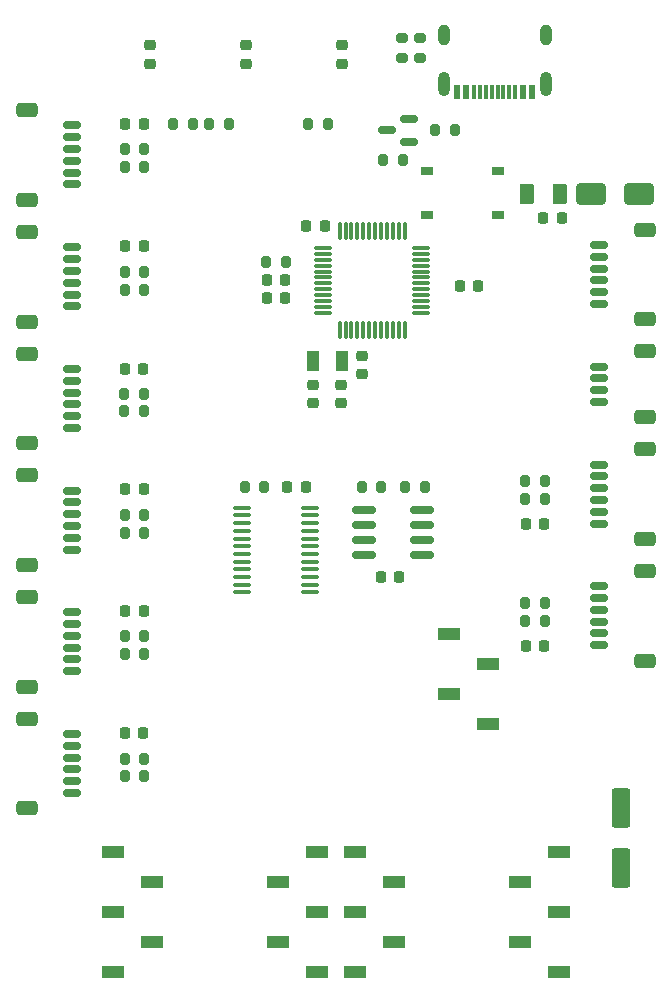
<source format=gtp>
%TF.GenerationSoftware,KiCad,Pcbnew,8.0.6-8.0.6-0~ubuntu22.04.1*%
%TF.CreationDate,2024-11-21T09:47:24+02:00*%
%TF.ProjectId,SAMD21_Dev_Board,53414d44-3231-45f4-9465-765f426f6172,rev?*%
%TF.SameCoordinates,Original*%
%TF.FileFunction,Paste,Top*%
%TF.FilePolarity,Positive*%
%FSLAX46Y46*%
G04 Gerber Fmt 4.6, Leading zero omitted, Abs format (unit mm)*
G04 Created by KiCad (PCBNEW 8.0.6-8.0.6-0~ubuntu22.04.1) date 2024-11-21 09:47:24*
%MOMM*%
%LPD*%
G01*
G04 APERTURE LIST*
G04 Aperture macros list*
%AMRoundRect*
0 Rectangle with rounded corners*
0 $1 Rounding radius*
0 $2 $3 $4 $5 $6 $7 $8 $9 X,Y pos of 4 corners*
0 Add a 4 corners polygon primitive as box body*
4,1,4,$2,$3,$4,$5,$6,$7,$8,$9,$2,$3,0*
0 Add four circle primitives for the rounded corners*
1,1,$1+$1,$2,$3*
1,1,$1+$1,$4,$5*
1,1,$1+$1,$6,$7*
1,1,$1+$1,$8,$9*
0 Add four rect primitives between the rounded corners*
20,1,$1+$1,$2,$3,$4,$5,0*
20,1,$1+$1,$4,$5,$6,$7,0*
20,1,$1+$1,$6,$7,$8,$9,0*
20,1,$1+$1,$8,$9,$2,$3,0*%
G04 Aperture macros list end*
%ADD10RoundRect,0.225000X-0.225000X-0.250000X0.225000X-0.250000X0.225000X0.250000X-0.225000X0.250000X0*%
%ADD11RoundRect,0.150000X0.825000X0.150000X-0.825000X0.150000X-0.825000X-0.150000X0.825000X-0.150000X0*%
%ADD12RoundRect,0.200000X0.200000X0.275000X-0.200000X0.275000X-0.200000X-0.275000X0.200000X-0.275000X0*%
%ADD13RoundRect,0.150000X-0.625000X0.150000X-0.625000X-0.150000X0.625000X-0.150000X0.625000X0.150000X0*%
%ADD14RoundRect,0.250000X-0.650000X0.350000X-0.650000X-0.350000X0.650000X-0.350000X0.650000X0.350000X0*%
%ADD15RoundRect,0.200000X-0.200000X-0.275000X0.200000X-0.275000X0.200000X0.275000X-0.200000X0.275000X0*%
%ADD16RoundRect,0.150000X0.625000X-0.150000X0.625000X0.150000X-0.625000X0.150000X-0.625000X-0.150000X0*%
%ADD17RoundRect,0.250000X0.650000X-0.350000X0.650000X0.350000X-0.650000X0.350000X-0.650000X-0.350000X0*%
%ADD18RoundRect,0.250000X1.000000X0.650000X-1.000000X0.650000X-1.000000X-0.650000X1.000000X-0.650000X0*%
%ADD19RoundRect,0.225000X0.250000X-0.225000X0.250000X0.225000X-0.250000X0.225000X-0.250000X-0.225000X0*%
%ADD20RoundRect,0.075000X0.075000X-0.662500X0.075000X0.662500X-0.075000X0.662500X-0.075000X-0.662500X0*%
%ADD21RoundRect,0.075000X0.662500X-0.075000X0.662500X0.075000X-0.662500X0.075000X-0.662500X-0.075000X0*%
%ADD22R,1.900000X1.000000*%
%ADD23RoundRect,0.225000X0.225000X0.250000X-0.225000X0.250000X-0.225000X-0.250000X0.225000X-0.250000X0*%
%ADD24RoundRect,0.218750X0.256250X-0.218750X0.256250X0.218750X-0.256250X0.218750X-0.256250X-0.218750X0*%
%ADD25R,0.600000X1.240000*%
%ADD26R,0.300000X1.240000*%
%ADD27O,1.000000X2.100000*%
%ADD28O,1.000000X1.800000*%
%ADD29RoundRect,0.100000X-0.637500X-0.100000X0.637500X-0.100000X0.637500X0.100000X-0.637500X0.100000X0*%
%ADD30RoundRect,0.250000X0.550000X-1.412500X0.550000X1.412500X-0.550000X1.412500X-0.550000X-1.412500X0*%
%ADD31RoundRect,0.150000X0.587500X0.150000X-0.587500X0.150000X-0.587500X-0.150000X0.587500X-0.150000X0*%
%ADD32RoundRect,0.200000X0.275000X-0.200000X0.275000X0.200000X-0.275000X0.200000X-0.275000X-0.200000X0*%
%ADD33R,1.000000X1.800000*%
%ADD34RoundRect,0.250000X-0.375000X-0.625000X0.375000X-0.625000X0.375000X0.625000X-0.375000X0.625000X0*%
%ADD35R,1.000000X0.750000*%
G04 APERTURE END LIST*
D10*
%TO.C,C14*%
X104127000Y-73406000D03*
X105677000Y-73406000D03*
%TD*%
D11*
%TO.C,U2*%
X117283000Y-96647000D03*
X117283000Y-95377000D03*
X117283000Y-94107000D03*
X117283000Y-92837000D03*
X112333000Y-92837000D03*
X112333000Y-94107000D03*
X112333000Y-95377000D03*
X112333000Y-96647000D03*
%TD*%
D12*
%TO.C,R17*%
X93725000Y-93284000D03*
X92075000Y-93284000D03*
%TD*%
D13*
%TO.C,J12*%
X87651000Y-101500000D03*
X87651000Y-102500000D03*
X87651000Y-103500000D03*
X87651000Y-104500000D03*
X87651000Y-105500000D03*
X87651000Y-106500000D03*
D14*
X83776000Y-100200000D03*
X83776000Y-107800000D03*
%TD*%
D10*
%TO.C,C1*%
X105845000Y-90932000D03*
X107395000Y-90932000D03*
%TD*%
D15*
%TO.C,R11*%
X126000000Y-102250000D03*
X127650000Y-102250000D03*
%TD*%
D16*
%TO.C,J10*%
X132250000Y-104300000D03*
X132250000Y-103300000D03*
X132250000Y-102300000D03*
X132250000Y-101300000D03*
X132250000Y-100300000D03*
X132250000Y-99300000D03*
D17*
X136125000Y-105600000D03*
X136125000Y-98000000D03*
%TD*%
D12*
%TO.C,R7*%
X93725000Y-62300000D03*
X92075000Y-62300000D03*
%TD*%
D15*
%TO.C,R5*%
X126000000Y-91900000D03*
X127650000Y-91900000D03*
%TD*%
D18*
%TO.C,D5*%
X135600000Y-66100000D03*
X131600000Y-66100000D03*
%TD*%
D19*
%TO.C,C12*%
X108030000Y-83781000D03*
X108030000Y-82231000D03*
%TD*%
D16*
%TO.C,J8*%
X132250000Y-75400000D03*
X132250000Y-74400000D03*
X132250000Y-73400000D03*
X132250000Y-72400000D03*
X132250000Y-71400000D03*
X132250000Y-70400000D03*
D17*
X136125000Y-76700000D03*
X136125000Y-69100000D03*
%TD*%
D12*
%TO.C,R6*%
X93725000Y-63800000D03*
X92075000Y-63800000D03*
%TD*%
%TO.C,R14*%
X93725000Y-115400000D03*
X92075000Y-115400000D03*
%TD*%
D16*
%TO.C,J9*%
X132250000Y-94000000D03*
X132250000Y-93000000D03*
X132250000Y-92000000D03*
X132250000Y-91000000D03*
X132250000Y-90000000D03*
X132250000Y-89000000D03*
D17*
X136125000Y-95300000D03*
X136125000Y-87700000D03*
%TD*%
D20*
%TO.C,U3*%
X110280000Y-77568500D03*
X110780000Y-77568500D03*
X111280000Y-77568500D03*
X111780000Y-77568500D03*
X112280000Y-77568500D03*
X112780000Y-77568500D03*
X113280000Y-77568500D03*
X113780000Y-77568500D03*
X114280000Y-77568500D03*
X114780000Y-77568500D03*
X115280000Y-77568500D03*
X115780000Y-77568500D03*
D21*
X117192500Y-76156000D03*
X117192500Y-75656000D03*
X117192500Y-75156000D03*
X117192500Y-74656000D03*
X117192500Y-74156000D03*
X117192500Y-73656000D03*
X117192500Y-73156000D03*
X117192500Y-72656000D03*
X117192500Y-72156000D03*
X117192500Y-71656000D03*
X117192500Y-71156000D03*
X117192500Y-70656000D03*
D20*
X115780000Y-69243500D03*
X115280000Y-69243500D03*
X114780000Y-69243500D03*
X114280000Y-69243500D03*
X113780000Y-69243500D03*
X113280000Y-69243500D03*
X112780000Y-69243500D03*
X112280000Y-69243500D03*
X111780000Y-69243500D03*
X111280000Y-69243500D03*
X110780000Y-69243500D03*
X110280000Y-69243500D03*
D21*
X108867500Y-70656000D03*
X108867500Y-71156000D03*
X108867500Y-71656000D03*
X108867500Y-72156000D03*
X108867500Y-72656000D03*
X108867500Y-73156000D03*
X108867500Y-73656000D03*
X108867500Y-74156000D03*
X108867500Y-74656000D03*
X108867500Y-75156000D03*
X108867500Y-75656000D03*
X108867500Y-76156000D03*
%TD*%
D12*
%TO.C,R24*%
X100901000Y-60198000D03*
X99251000Y-60198000D03*
%TD*%
D22*
%TO.C,J3*%
X122808000Y-110998000D03*
X119508000Y-108458000D03*
X122808000Y-105918000D03*
X119508000Y-103378000D03*
%TD*%
D10*
%TO.C,C9*%
X92125000Y-91084000D03*
X93675000Y-91084000D03*
%TD*%
D12*
%TO.C,R19*%
X93725000Y-103528000D03*
X92075000Y-103528000D03*
%TD*%
%TO.C,R13*%
X93676000Y-82984000D03*
X92026000Y-82984000D03*
%TD*%
D22*
%TO.C,J5*%
X111565000Y-131980000D03*
X114865000Y-129440000D03*
X111565000Y-126900000D03*
X114865000Y-124360000D03*
X111565000Y-121820000D03*
%TD*%
D13*
%TO.C,J16*%
X87651000Y-91200000D03*
X87651000Y-92200000D03*
X87651000Y-93200000D03*
X87651000Y-94200000D03*
X87651000Y-95200000D03*
X87651000Y-96200000D03*
D14*
X83776000Y-89900000D03*
X83776000Y-97500000D03*
%TD*%
D23*
%TO.C,C2*%
X115329000Y-98552000D03*
X113779000Y-98552000D03*
%TD*%
D10*
%TO.C,C10*%
X92125000Y-101428000D03*
X93675000Y-101428000D03*
%TD*%
D12*
%TO.C,R12*%
X93676000Y-84484000D03*
X92026000Y-84484000D03*
%TD*%
D19*
%TO.C,C13*%
X110430000Y-83806000D03*
X110430000Y-82256000D03*
%TD*%
D24*
%TO.C,D4*%
X94234000Y-55076501D03*
X94234000Y-53501501D03*
%TD*%
D10*
%TO.C,C16*%
X107448500Y-68813000D03*
X108998500Y-68813000D03*
%TD*%
D12*
%TO.C,R25*%
X97853000Y-60198000D03*
X96203000Y-60198000D03*
%TD*%
D25*
%TO.C,J2*%
X126600000Y-57465000D03*
X125800000Y-57465000D03*
D26*
X124650000Y-57465000D03*
X123650000Y-57465000D03*
X123150000Y-57465000D03*
X122150000Y-57465000D03*
D25*
X121000000Y-57465000D03*
X120200000Y-57465000D03*
X120200000Y-57465000D03*
X121000000Y-57465000D03*
D26*
X121650000Y-57465000D03*
X122650000Y-57465000D03*
X124150000Y-57465000D03*
X125150000Y-57465000D03*
D25*
X125800000Y-57465000D03*
X126600000Y-57465000D03*
D27*
X127720000Y-56790000D03*
D28*
X127720000Y-52590000D03*
D27*
X119080000Y-56790000D03*
D28*
X119080000Y-52590000D03*
%TD*%
D12*
%TO.C,R8*%
X93724394Y-74200000D03*
X92074394Y-74200000D03*
%TD*%
%TO.C,R9*%
X93724394Y-72700000D03*
X92074394Y-72700000D03*
%TD*%
D15*
%TO.C,R20*%
X104077000Y-71882000D03*
X105727000Y-71882000D03*
%TD*%
D10*
%TO.C,C8*%
X92100000Y-111700000D03*
X93650000Y-111700000D03*
%TD*%
D12*
%TO.C,R15*%
X93725000Y-113900000D03*
X92075000Y-113900000D03*
%TD*%
D15*
%TO.C,R23*%
X107633000Y-60198000D03*
X109283000Y-60198000D03*
%TD*%
D24*
%TO.C,D3*%
X102362000Y-55076501D03*
X102362000Y-53501501D03*
%TD*%
D10*
%TO.C,C4*%
X92125000Y-60200000D03*
X93675000Y-60200000D03*
%TD*%
D12*
%TO.C,R2*%
X113792000Y-90932000D03*
X112142000Y-90932000D03*
%TD*%
D16*
%TO.C,J7*%
X132250000Y-83700000D03*
X132250000Y-82700000D03*
X132250000Y-81700000D03*
X132250000Y-80700000D03*
D17*
X136125000Y-85000000D03*
X136125000Y-79400000D03*
%TD*%
D10*
%TO.C,C7*%
X92076000Y-80884000D03*
X93626000Y-80884000D03*
%TD*%
D29*
%TO.C,U1*%
X102040000Y-92660000D03*
X102040000Y-93310000D03*
X102040000Y-93960000D03*
X102040000Y-94610000D03*
X102040000Y-95260000D03*
X102040000Y-95910000D03*
X102040000Y-96560000D03*
X102040000Y-97210000D03*
X102040000Y-97860000D03*
X102040000Y-98510000D03*
X102040000Y-99160000D03*
X102040000Y-99810000D03*
X107765000Y-99810000D03*
X107765000Y-99160000D03*
X107765000Y-98510000D03*
X107765000Y-97860000D03*
X107765000Y-97210000D03*
X107765000Y-96560000D03*
X107765000Y-95910000D03*
X107765000Y-95260000D03*
X107765000Y-94610000D03*
X107765000Y-93960000D03*
X107765000Y-93310000D03*
X107765000Y-92660000D03*
%TD*%
D10*
%TO.C,C5*%
X92124394Y-70500000D03*
X93674394Y-70500000D03*
%TD*%
D19*
%TO.C,C17*%
X112130000Y-81356000D03*
X112130000Y-79806000D03*
%TD*%
D30*
%TO.C,C11*%
X134112000Y-123187500D03*
X134112000Y-118112500D03*
%TD*%
D22*
%TO.C,J20*%
X91075000Y-131980000D03*
X94375000Y-129440000D03*
X91075000Y-126900000D03*
X94375000Y-124360000D03*
X91075000Y-121820000D03*
%TD*%
D24*
%TO.C,D2*%
X110490000Y-55076501D03*
X110490000Y-53501501D03*
%TD*%
D15*
%TO.C,R4*%
X126000000Y-90400000D03*
X127650000Y-90400000D03*
%TD*%
D23*
%TO.C,C18*%
X121980000Y-73914000D03*
X120430000Y-73914000D03*
%TD*%
D13*
%TO.C,J14*%
X87651000Y-70600000D03*
X87651000Y-71600000D03*
X87651000Y-72600000D03*
X87651000Y-73600000D03*
X87651000Y-74600000D03*
X87651000Y-75600000D03*
D14*
X83776000Y-69300000D03*
X83776000Y-76900000D03*
%TD*%
D31*
%TO.C,Q1*%
X116175000Y-61656000D03*
X116175000Y-59756000D03*
X114300000Y-60706000D03*
%TD*%
D10*
%TO.C,C15*%
X104127000Y-74906000D03*
X105677000Y-74906000D03*
%TD*%
D23*
%TO.C,C19*%
X129075000Y-68100000D03*
X127525000Y-68100000D03*
%TD*%
D32*
%TO.C,R27*%
X115570000Y-54546000D03*
X115570000Y-52896000D03*
%TD*%
%TO.C,R26*%
X117070000Y-54546000D03*
X117070000Y-52896000D03*
%TD*%
D15*
%TO.C,R22*%
X118364000Y-60706000D03*
X120014000Y-60706000D03*
%TD*%
D12*
%TO.C,R16*%
X93725000Y-94784000D03*
X92075000Y-94784000D03*
%TD*%
D15*
%TO.C,R1*%
X115824000Y-90932000D03*
X117474000Y-90932000D03*
%TD*%
%TO.C,R10*%
X126000000Y-100750000D03*
X127650000Y-100750000D03*
%TD*%
D13*
%TO.C,J11*%
X87651000Y-111800000D03*
X87651000Y-112800000D03*
X87651000Y-113800000D03*
X87651000Y-114800000D03*
X87651000Y-115800000D03*
X87651000Y-116800000D03*
D14*
X83776000Y-110500000D03*
X83776000Y-118100000D03*
%TD*%
D33*
%TO.C,Y1*%
X107980000Y-80199000D03*
X110480000Y-80199000D03*
%TD*%
D12*
%TO.C,R21*%
X115622500Y-63246000D03*
X113972500Y-63246000D03*
%TD*%
D22*
%TO.C,J6*%
X128815000Y-131980000D03*
X125515000Y-129440000D03*
X128815000Y-126900000D03*
X125515000Y-124360000D03*
X128815000Y-121820000D03*
%TD*%
D12*
%TO.C,R18*%
X93725000Y-105028000D03*
X92075000Y-105028000D03*
%TD*%
D23*
%TO.C,C3*%
X127600000Y-94000000D03*
X126050000Y-94000000D03*
%TD*%
D13*
%TO.C,J13*%
X87651000Y-60278000D03*
X87651000Y-61278000D03*
X87651000Y-62278000D03*
X87651000Y-63278000D03*
X87651000Y-64278000D03*
X87651000Y-65278000D03*
D14*
X83776000Y-58978000D03*
X83776000Y-66578000D03*
%TD*%
D15*
%TO.C,R3*%
X102239000Y-90932000D03*
X103889000Y-90932000D03*
%TD*%
D34*
%TO.C,F1*%
X126100000Y-66100000D03*
X128900000Y-66100000D03*
%TD*%
D13*
%TO.C,J15*%
X87651000Y-80900000D03*
X87651000Y-81900000D03*
X87651000Y-82900000D03*
X87651000Y-83900000D03*
X87651000Y-84900000D03*
X87651000Y-85900000D03*
D14*
X83776000Y-79600000D03*
X83776000Y-87200000D03*
%TD*%
D23*
%TO.C,C6*%
X127600000Y-104350000D03*
X126050000Y-104350000D03*
%TD*%
D35*
%TO.C,SW1*%
X123650000Y-67905000D03*
X117650000Y-67905000D03*
X123650000Y-64155000D03*
X117650000Y-64155000D03*
%TD*%
D22*
%TO.C,J4*%
X108325000Y-131980000D03*
X105025000Y-129440000D03*
X108325000Y-126900000D03*
X105025000Y-124360000D03*
X108325000Y-121820000D03*
%TD*%
M02*

</source>
